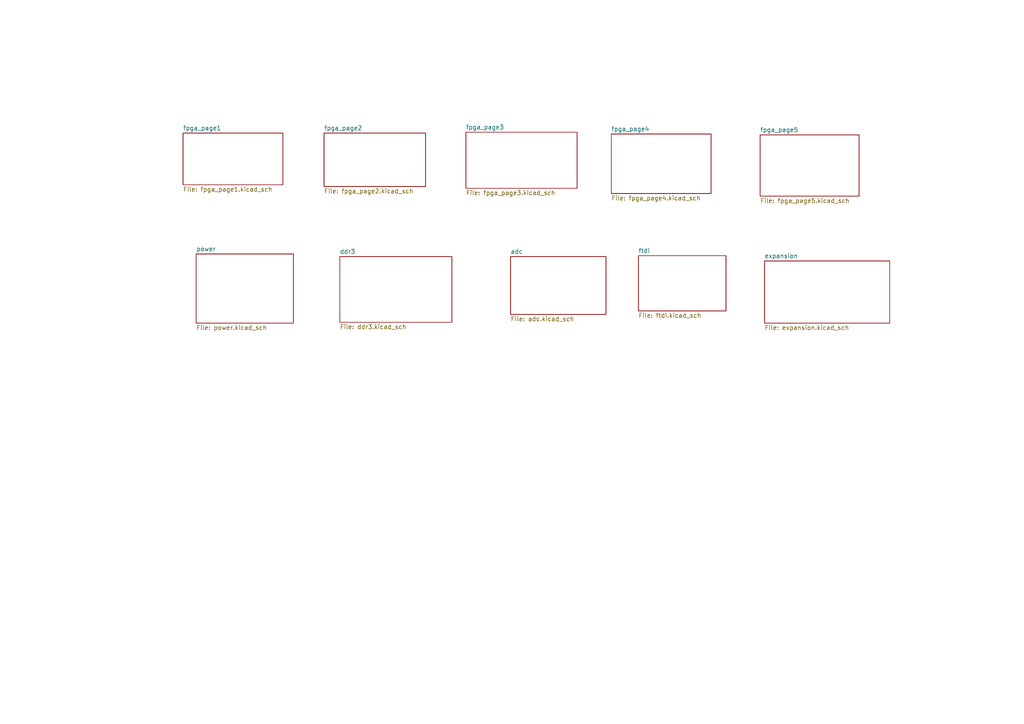
<source format=kicad_sch>
(kicad_sch
	(version 20231120)
	(generator "eeschema")
	(generator_version "8.0")
	(uuid "e72b70a1-ba8f-4002-9d33-3db12cd9fd44")
	(paper "A4")
	(title_block
		(title "ZYMA_ADC_FPGA")
		(date "2024-06-28")
		(rev "V01")
		(company "SHAKRA INNOVATIONS PVT LIMITED")
	)
	(lib_symbols)
	(sheet
		(at 56.896 73.66)
		(size 28.194 20.066)
		(fields_autoplaced yes)
		(stroke
			(width 0.1524)
			(type solid)
		)
		(fill
			(color 0 0 0 0.0000)
		)
		(uuid "08e7ed73-3f12-4988-b4c6-8758bb41acc1")
		(property "Sheetname" "power"
			(at 56.896 72.9484 0)
			(effects
				(font
					(size 1.27 1.27)
				)
				(justify left bottom)
			)
		)
		(property "Sheetfile" "power.kicad_sch"
			(at 56.896 94.3106 0)
			(effects
				(font
					(size 1.27 1.27)
				)
				(justify left top)
			)
		)
		(instances
			(project "zyma_adc_fpga_v01"
				(path "/e72b70a1-ba8f-4002-9d33-3db12cd9fd44"
					(page "7")
				)
			)
		)
	)
	(sheet
		(at 177.292 38.862)
		(size 28.956 17.272)
		(fields_autoplaced yes)
		(stroke
			(width 0.1524)
			(type solid)
		)
		(fill
			(color 0 0 0 0.0000)
		)
		(uuid "27c1e2bb-ca4a-4396-82dc-cf5a34cd3067")
		(property "Sheetname" "fpga_page4"
			(at 177.292 38.1504 0)
			(effects
				(font
					(size 1.27 1.27)
				)
				(justify left bottom)
			)
		)
		(property "Sheetfile" "fpga_page4.kicad_sch"
			(at 177.292 56.7186 0)
			(effects
				(font
					(size 1.27 1.27)
				)
				(justify left top)
			)
		)
		(instances
			(project "zyma_adc_fpga_v01"
				(path "/e72b70a1-ba8f-4002-9d33-3db12cd9fd44"
					(page "5")
				)
			)
		)
	)
	(sheet
		(at 220.472 39.116)
		(size 28.702 17.78)
		(fields_autoplaced yes)
		(stroke
			(width 0.1524)
			(type solid)
		)
		(fill
			(color 0 0 0 0.0000)
		)
		(uuid "38382b6e-2bf1-4a11-a938-36954bea0f72")
		(property "Sheetname" "fpga_page5"
			(at 220.472 38.4044 0)
			(effects
				(font
					(size 1.27 1.27)
				)
				(justify left bottom)
			)
		)
		(property "Sheetfile" "fpga_page5.kicad_sch"
			(at 220.472 57.4806 0)
			(effects
				(font
					(size 1.27 1.27)
				)
				(justify left top)
			)
		)
		(instances
			(project "zyma_adc_fpga_v01"
				(path "/e72b70a1-ba8f-4002-9d33-3db12cd9fd44"
					(page "6")
				)
			)
		)
	)
	(sheet
		(at 93.98 38.608)
		(size 29.464 15.494)
		(fields_autoplaced yes)
		(stroke
			(width 0.1524)
			(type solid)
		)
		(fill
			(color 0 0 0 0.0000)
		)
		(uuid "44727ffa-72ab-4a54-a184-48e680ffd003")
		(property "Sheetname" "fpga_page2"
			(at 93.98 37.8964 0)
			(effects
				(font
					(size 1.27 1.27)
				)
				(justify left bottom)
			)
		)
		(property "Sheetfile" "fpga_page2.kicad_sch"
			(at 93.98 54.6866 0)
			(effects
				(font
					(size 1.27 1.27)
				)
				(justify left top)
			)
		)
		(instances
			(project "zyma_adc_fpga_v01"
				(path "/e72b70a1-ba8f-4002-9d33-3db12cd9fd44"
					(page "3")
				)
			)
		)
	)
	(sheet
		(at 98.552 74.422)
		(size 32.512 19.05)
		(fields_autoplaced yes)
		(stroke
			(width 0.1524)
			(type solid)
		)
		(fill
			(color 0 0 0 0.0000)
		)
		(uuid "5903b4aa-f29a-49a4-9430-1673a02a54f6")
		(property "Sheetname" "ddr3"
			(at 98.552 73.7104 0)
			(effects
				(font
					(size 1.27 1.27)
				)
				(justify left bottom)
			)
		)
		(property "Sheetfile" "ddr3.kicad_sch"
			(at 98.552 94.0566 0)
			(effects
				(font
					(size 1.27 1.27)
				)
				(justify left top)
			)
		)
		(instances
			(project "zyma_adc_fpga_v01"
				(path "/e72b70a1-ba8f-4002-9d33-3db12cd9fd44"
					(page "8")
				)
			)
		)
	)
	(sheet
		(at 221.742 75.692)
		(size 36.322 18.034)
		(fields_autoplaced yes)
		(stroke
			(width 0.1524)
			(type solid)
		)
		(fill
			(color 0 0 0 0.0000)
		)
		(uuid "61aa7636-a489-4c67-86e6-82168d0668fc")
		(property "Sheetname" "expansion"
			(at 221.742 74.9804 0)
			(effects
				(font
					(size 1.27 1.27)
				)
				(justify left bottom)
			)
		)
		(property "Sheetfile" "expansion.kicad_sch"
			(at 221.742 94.3106 0)
			(effects
				(font
					(size 1.27 1.27)
				)
				(justify left top)
			)
		)
		(instances
			(project "zyma_adc_fpga_v01"
				(path "/e72b70a1-ba8f-4002-9d33-3db12cd9fd44"
					(page "11")
				)
			)
		)
	)
	(sheet
		(at 53.086 38.608)
		(size 28.956 14.986)
		(fields_autoplaced yes)
		(stroke
			(width 0.1524)
			(type solid)
		)
		(fill
			(color 0 0 0 0.0000)
		)
		(uuid "9d04a284-014b-4d3b-a079-7289af29f4b9")
		(property "Sheetname" "fpga_page1"
			(at 53.086 37.8964 0)
			(effects
				(font
					(size 1.27 1.27)
				)
				(justify left bottom)
			)
		)
		(property "Sheetfile" "fpga_page1.kicad_sch"
			(at 53.086 54.1786 0)
			(effects
				(font
					(size 1.27 1.27)
				)
				(justify left top)
			)
		)
		(instances
			(project "zyma_adc_fpga_v01"
				(path "/e72b70a1-ba8f-4002-9d33-3db12cd9fd44"
					(page "2")
				)
			)
		)
	)
	(sheet
		(at 185.166 74.168)
		(size 25.4 16.002)
		(fields_autoplaced yes)
		(stroke
			(width 0.1524)
			(type solid)
		)
		(fill
			(color 0 0 0 0.0000)
		)
		(uuid "c0db79ec-f919-4f9a-8899-c66f783fea9b")
		(property "Sheetname" "ftdi"
			(at 185.166 73.4564 0)
			(effects
				(font
					(size 1.27 1.27)
				)
				(justify left bottom)
			)
		)
		(property "Sheetfile" "ftdi.kicad_sch"
			(at 185.166 90.7546 0)
			(effects
				(font
					(size 1.27 1.27)
				)
				(justify left top)
			)
		)
		(instances
			(project "zyma_adc_fpga_v01"
				(path "/e72b70a1-ba8f-4002-9d33-3db12cd9fd44"
					(page "10")
				)
			)
		)
	)
	(sheet
		(at 135.128 38.354)
		(size 32.258 16.256)
		(fields_autoplaced yes)
		(stroke
			(width 0.1524)
			(type solid)
		)
		(fill
			(color 0 0 0 0.0000)
		)
		(uuid "ecb34b55-421b-46af-9c1a-4dbef0ad353a")
		(property "Sheetname" "fpga_page3"
			(at 135.128 37.6424 0)
			(effects
				(font
					(size 1.27 1.27)
				)
				(justify left bottom)
			)
		)
		(property "Sheetfile" "fpga_page3.kicad_sch"
			(at 135.128 55.1946 0)
			(effects
				(font
					(size 1.27 1.27)
				)
				(justify left top)
			)
		)
		(instances
			(project "zyma_adc_fpga_v01"
				(path "/e72b70a1-ba8f-4002-9d33-3db12cd9fd44"
					(page "4")
				)
			)
		)
	)
	(sheet
		(at 148.082 74.422)
		(size 27.686 16.764)
		(fields_autoplaced yes)
		(stroke
			(width 0.1524)
			(type solid)
		)
		(fill
			(color 0 0 0 0.0000)
		)
		(uuid "ef37dc63-878b-440c-8b8f-45de478d84d4")
		(property "Sheetname" "adc"
			(at 148.082 73.7104 0)
			(effects
				(font
					(size 1.27 1.27)
				)
				(justify left bottom)
			)
		)
		(property "Sheetfile" "adc.kicad_sch"
			(at 148.082 91.7706 0)
			(effects
				(font
					(size 1.27 1.27)
				)
				(justify left top)
			)
		)
		(instances
			(project "zyma_adc_fpga_v01"
				(path "/e72b70a1-ba8f-4002-9d33-3db12cd9fd44"
					(page "9")
				)
			)
		)
	)
	(sheet_instances
		(path "/"
			(page "1")
		)
	)
)

</source>
